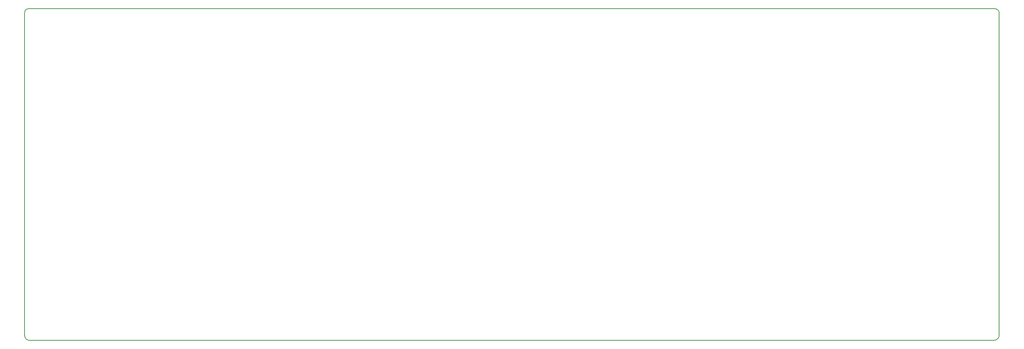
<source format=gm1>
G04 #@! TF.FileFunction,Profile,NP*
%FSLAX46Y46*%
G04 Gerber Fmt 4.6, Leading zero omitted, Abs format (unit mm)*
G04 Created by KiCad (PCBNEW 4.0.7) date 06/01/18 20:48:48*
%MOMM*%
%LPD*%
G01*
G04 APERTURE LIST*
%ADD10C,0.100000*%
%ADD11C,0.150000*%
G04 APERTURE END LIST*
D10*
D11*
X257175000Y-29337000D02*
G75*
G03X256159000Y-28321000I-1016000J0D01*
G01*
X29464000Y-28321000D02*
G75*
G03X28575000Y-29210000I0J-889000D01*
G01*
X28575000Y-105148000D02*
G75*
G03X29718000Y-106291000I1143000J0D01*
G01*
X255905000Y-106291000D02*
G75*
G03X257175000Y-105021000I0J1270000D01*
G01*
X256159000Y-28321000D02*
X29464000Y-28321000D01*
X257175000Y-105025000D02*
X257175000Y-29337000D01*
X29718000Y-106291000D02*
X255905000Y-106291000D01*
X28575000Y-29210000D02*
X28575000Y-105150000D01*
M02*

</source>
